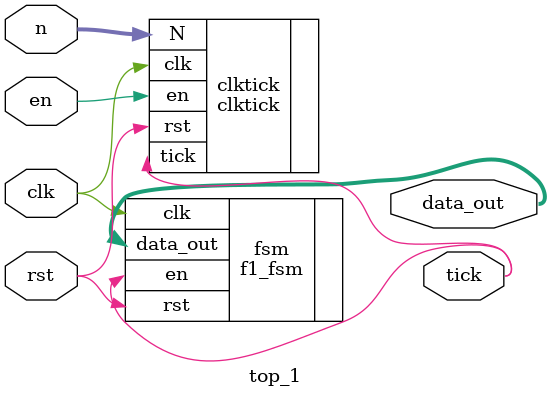
<source format=sv>
module top_1 #(
    parameter DATA_WIDTH = 8
)
(
    input logic clk,
    input logic rst,
    input logic en,
    input logic [15:0] n,
    output logic [DATA_WIDTH-1:0] data_out,
    output logic tick
);

f1_fsm fsm(
    .clk(clk),
    .rst(rst),
    .en(tick),
    .data_out(data_out)

);

clktick clktick(
    .clk(clk),
    .en(en),
    .rst(rst),
    .N(n),
    .tick(tick)
    
);

endmodule

</source>
